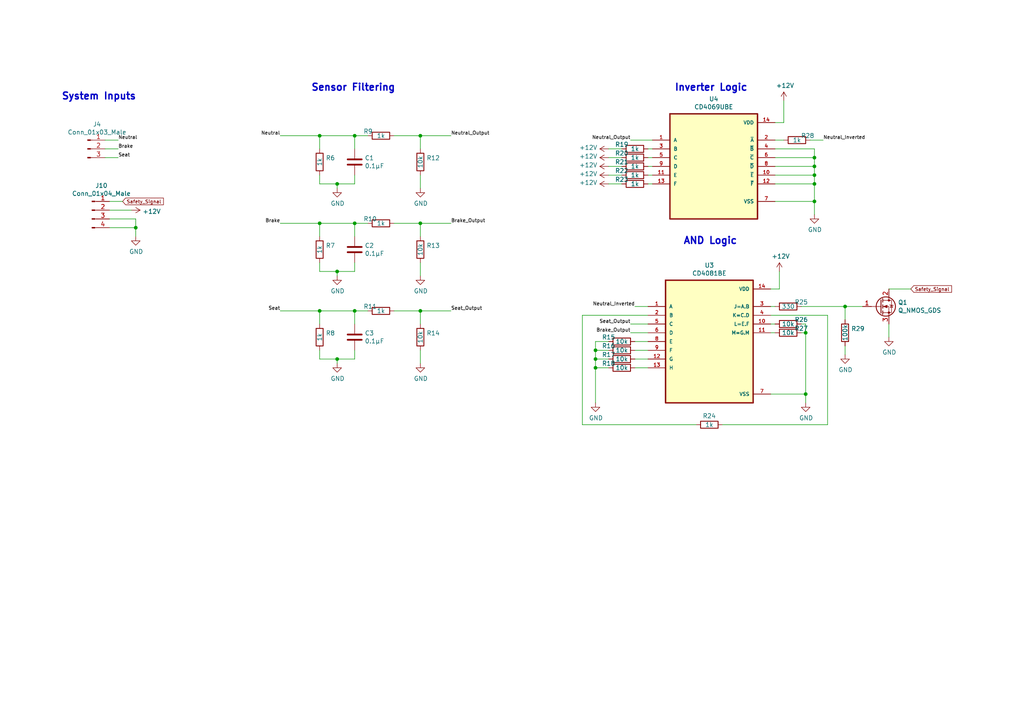
<source format=kicad_sch>
(kicad_sch (version 20230121) (generator eeschema)
  (paper "A4")
  (lib_symbols
    (symbol "CD4069UBE:CD4069UBE" (pin_names (offset 1.016))
      (property "Reference" "U" (at -12.7 16.2306 0))
      (property "Value" "CD4069UBE" (at -12.7 -19.2278 0))
      (symbol "CD4069UBE_0_0"
        (rectangle (start -12.7 -15.24) (end 12.7 15.24) (stroke (width 0.4064)) (fill (type background)))
        (pin input line (at -17.78 7.62 0) (length 5.08) (name "A") (number "1"))
        (pin output line (at 17.78 -2.54 180) (length 5.08) (name "~{E}") (number "10"))
        (pin input line (at -17.78 -2.54 0) (length 5.08) (name "E") (number "11"))
        (pin output line (at 17.78 -5.08 180) (length 5.08) (name "~{F}") (number "12"))
        (pin input line (at -17.78 -5.08 0) (length 5.08) (name "F") (number "13"))
        (pin power_in line (at 17.78 12.7 180) (length 5.08) (name "VDD") (number "14"))
        (pin output line (at 17.78 7.62 180) (length 5.08) (name "~{A}") (number "2"))
        (pin input line (at -17.78 5.08 0) (length 5.08) (name "B") (number "3"))
        (pin output line (at 17.78 5.08 180) (length 5.08) (name "~{B}") (number "4"))
        (pin input line (at -17.78 2.54 0) (length 5.08) (name "C") (number "5"))
        (pin output line (at 17.78 2.54 180) (length 5.08) (name "~{C}") (number "6"))
        (pin power_in line (at 17.78 -10.16 180) (length 5.08) (name "VSS") (number "7"))
        (pin output line (at 17.78 0 180) (length 5.08) (name "~{D}") (number "8"))
        (pin input line (at -17.78 0 0) (length 5.08) (name "D") (number "9"))
      )
    )
    (symbol "CD4081BE:CD4081BE" (pin_names (offset 1.016))
      (property "Reference" "U" (at -12.7 18.7706 0))
      (property "Value" "CD4081BE" (at -12.7 -21.7678 0))
      (symbol "CD4081BE_0_0"
        (rectangle (start -12.7 -17.78) (end 12.7 17.78) (stroke (width 0.4064)) (fill (type background)))
        (pin input line (at -17.78 10.16 0) (length 5.08) (name "A") (number "1"))
        (pin output line (at 17.78 5.08 180) (length 5.08) (name "L=E.F") (number "10"))
        (pin output line (at 17.78 2.54 180) (length 5.08) (name "M=G.M") (number "11"))
        (pin input line (at -17.78 -5.08 0) (length 5.08) (name "G") (number "12"))
        (pin input line (at -17.78 -7.62 0) (length 5.08) (name "H") (number "13"))
        (pin power_in line (at 17.78 15.24 180) (length 5.08) (name "VDD") (number "14"))
        (pin input line (at -17.78 7.62 0) (length 5.08) (name "B") (number "2"))
        (pin output line (at 17.78 10.16 180) (length 5.08) (name "J=A.B") (number "3"))
        (pin output line (at 17.78 7.62 180) (length 5.08) (name "K=C.D") (number "4"))
        (pin input line (at -17.78 5.08 0) (length 5.08) (name "C") (number "5"))
        (pin input line (at -17.78 2.54 0) (length 5.08) (name "D") (number "6"))
        (pin power_in line (at 17.78 -15.24 180) (length 5.08) (name "VSS") (number "7"))
        (pin input line (at -17.78 0 0) (length 5.08) (name "E") (number "8"))
        (pin input line (at -17.78 -2.54 0) (length 5.08) (name "F") (number "9"))
      )
    )
    (symbol "Device:C" (pin_numbers hide) (pin_names (offset 0.254))
      (property "Reference" "C" (at 0.635 2.54 0))
      (property "Value" "C" (at 0.635 -2.54 0))
      (symbol "C_0_1"
        (polyline (pts (xy -2.032 -0.762) (xy 2.032 -0.762)) (stroke (width 0.508)))
        (polyline (pts (xy -2.032 0.762) (xy 2.032 0.762)) (stroke (width 0.508)))
      )
      (symbol "C_1_1"
        (pin passive line (at 0 3.81 270) (length 2.794) (name "~") (number "1"))
        (pin passive line (at 0 -3.81 90) (length 2.794) (name "~") (number "2"))
      )
    )
    (symbol "Device:Q_NMOS_GDS" (pin_names (offset 0) hide)
      (property "Reference" "Q" (at 5.08 1.27 0))
      (property "Value" "Q_NMOS_GDS" (at 5.08 -1.27 0))
      (symbol "Q_NMOS_GDS_0_1"
        (polyline (pts (xy 0.254 0) (xy -2.54 0)))
        (polyline (pts (xy 0.254 1.905) (xy 0.254 -1.905)) (stroke (width 0.254)))
        (polyline (pts (xy 0.762 -1.27) (xy 0.762 -2.286)) (stroke (width 0.254)))
        (polyline (pts (xy 0.762 0.508) (xy 0.762 -0.508)) (stroke (width 0.254)))
        (polyline (pts (xy 0.762 2.286) (xy 0.762 1.27)) (stroke (width 0.254)))
        (polyline (pts (xy 2.54 2.54) (xy 2.54 1.778)))
        (polyline (pts (xy 2.54 -2.54) (xy 2.54 0) (xy 0.762 0)))
        (polyline (pts (xy 0.762 -1.778) (xy 3.302 -1.778) (xy 3.302 1.778) (xy 0.762 1.778)))
        (polyline (pts (xy 1.016 0) (xy 2.032 0.381) (xy 2.032 -0.381) (xy 1.016 0)) (fill (type outline)))
        (polyline (pts (xy 2.794 0.508) (xy 2.921 0.381) (xy 3.683 0.381) (xy 3.81 0.254)))
        (polyline (pts (xy 3.302 0.381) (xy 2.921 -0.254) (xy 3.683 -0.254) (xy 3.302 0.381)))
        (circle (center 1.651 0) (radius 2.794) (stroke (width 0.254)))
        (circle (center 2.54 -1.778) (radius 0.254) (fill (type outline)))
        (circle (center 2.54 1.778) (radius 0.254) (fill (type outline)))
      )
      (symbol "Q_NMOS_GDS_1_1"
        (pin input line (at -5.08 0 0) (length 2.54) (name "G") (number "1"))
        (pin passive line (at 2.54 5.08 270) (length 2.54) (name "D") (number "2"))
        (pin passive line (at 2.54 -5.08 90) (length 2.54) (name "S") (number "3"))
      )
    )
    (symbol "Device:R" (pin_numbers hide) (pin_names (offset 0))
      (property "Reference" "R" (at 2.032 0 90))
      (property "Value" "R" (at 0 0 90))
      (symbol "R_0_1"
        (rectangle (start -1.016 -2.54) (end 1.016 2.54) (stroke (width 0.254)))
      )
      (symbol "R_1_1"
        (pin passive line (at 0 3.81 270) (length 1.27) (name "~") (number "1"))
        (pin passive line (at 0 -3.81 90) (length 1.27) (name "~") (number "2"))
      )
    )
    (symbol "Motherboard_2023-rescue:Conn_01x03_Male-Connector" (pin_names (offset 1.016) hide)
      (property "Reference" "J" (at 0 5.08 0))
      (property "Value" "Connector_Conn_01x03_Male" (at 0 -5.08 0))
      (symbol "Conn_01x03_Male-Connector_1_1"
        (polyline (pts (xy 1.27 -2.54) (xy 0.8636 -2.54)) (stroke (width 0.1524)))
        (polyline (pts (xy 1.27 0) (xy 0.8636 0)) (stroke (width 0.1524)))
        (polyline (pts (xy 1.27 2.54) (xy 0.8636 2.54)) (stroke (width 0.1524)))
        (rectangle (start 0.8636 -2.413) (end 0 -2.667) (stroke (width 0.1524)) (fill (type outline)))
        (rectangle (start 0.8636 0.127) (end 0 -0.127) (stroke (width 0.1524)) (fill (type outline)))
        (rectangle (start 0.8636 2.667) (end 0 2.413) (stroke (width 0.1524)) (fill (type outline)))
        (pin passive line (at 5.08 2.54 180) (length 3.81) (name "Pin_1") (number "1"))
        (pin passive line (at 5.08 0 180) (length 3.81) (name "Pin_2") (number "2"))
        (pin passive line (at 5.08 -2.54 180) (length 3.81) (name "Pin_3") (number "3"))
      )
    )
    (symbol "Motherboard_2023-rescue:Conn_01x04_Male-Connector" (pin_names (offset 1.016) hide)
      (property "Reference" "J" (at 0 5.08 0))
      (property "Value" "Connector_Conn_01x04_Male" (at 0 -7.62 0))
      (symbol "Conn_01x04_Male-Connector_1_1"
        (polyline (pts (xy 1.27 -5.08) (xy 0.8636 -5.08)) (stroke (width 0.1524)))
        (polyline (pts (xy 1.27 -2.54) (xy 0.8636 -2.54)) (stroke (width 0.1524)))
        (polyline (pts (xy 1.27 0) (xy 0.8636 0)) (stroke (width 0.1524)))
        (polyline (pts (xy 1.27 2.54) (xy 0.8636 2.54)) (stroke (width 0.1524)))
        (rectangle (start 0.8636 -4.953) (end 0 -5.207) (stroke (width 0.1524)) (fill (type outline)))
        (rectangle (start 0.8636 -2.413) (end 0 -2.667) (stroke (width 0.1524)) (fill (type outline)))
        (rectangle (start 0.8636 0.127) (end 0 -0.127) (stroke (width 0.1524)) (fill (type outline)))
        (rectangle (start 0.8636 2.667) (end 0 2.413) (stroke (width 0.1524)) (fill (type outline)))
        (pin passive line (at 5.08 2.54 180) (length 3.81) (name "Pin_1") (number "1"))
        (pin passive line (at 5.08 0 180) (length 3.81) (name "Pin_2") (number "2"))
        (pin passive line (at 5.08 -2.54 180) (length 3.81) (name "Pin_3") (number "3"))
        (pin passive line (at 5.08 -5.08 180) (length 3.81) (name "Pin_4") (number "4"))
      )
    )
    (symbol "power:+12V" (power) (pin_names (offset 0))
      (property "Value" "+12V" (at 0 3.556 0))
      (symbol "+12V_0_1"
        (polyline (pts (xy -0.762 1.27) (xy 0 2.54)))
        (polyline (pts (xy 0 0) (xy 0 2.54)))
        (polyline (pts (xy 0 2.54) (xy 0.762 1.27)))
      )
      (symbol "+12V_1_1"
        (pin power_in line (at 0 0 90) (length 0) hide (name "+12V") (number "1"))
      )
    )
    (symbol "power:GND" (power) (pin_names (offset 0))
      (property "Value" "GND" (at 0 -3.81 0))
      (symbol "GND_0_1"
        (polyline (pts (xy 0 0) (xy 0 -1.27) (xy 1.27 -1.27) (xy 0 -2.54) (xy -1.27 -1.27) (xy 0 -1.27)))
      )
      (symbol "GND_1_1"
        (pin power_in line (at 0 0 270) (length 0) hide (name "GND") (number "1"))
      )
    )
  )
  (junction (at 102.87 90.17))
  (junction (at 92.71 90.17))
  (junction (at 92.71 64.77))
  (junction (at 102.87 64.77))
  (junction (at 245.11 88.9))
  (junction (at 121.92 90.17))
  (junction (at 236.22 48.26))
  (junction (at 39.37 66.04))
  (junction (at 121.92 64.77))
  (junction (at 233.68 114.3))
  (junction (at 92.71 39.37))
  (junction (at 97.79 78.74))
  (junction (at 97.79 104.14))
  (junction (at 121.92 39.37))
  (junction (at 236.22 58.42))
  (junction (at 233.68 96.52))
  (junction (at 172.72 104.14))
  (junction (at 236.22 50.8))
  (junction (at 172.72 106.68))
  (junction (at 172.72 101.6))
  (junction (at 236.22 45.72))
  (junction (at 236.22 53.34))
  (junction (at 97.79 53.34))
  (junction (at 102.87 39.37))
  (wire (pts (xy 172.72 106.68) (xy 172.72 104.14)))
  (wire (pts (xy 121.92 64.77) (xy 121.92 68.58)))
  (wire (pts (xy 232.41 96.52) (xy 233.68 96.52)))
  (wire (pts (xy 121.92 80.01) (xy 121.92 76.2)))
  (wire (pts (xy 114.3 90.17) (xy 121.92 90.17)))
  (wire (pts (xy 187.96 50.8) (xy 189.23 50.8)))
  (wire (pts (xy 224.79 96.52) (xy 223.52 96.52)))
  (wire (pts (xy 97.79 54.61) (xy 97.79 53.34)))
  (wire (pts (xy 31.75 58.42) (xy 35.56 58.42)))
  (wire (pts (xy 226.06 83.82) (xy 223.52 83.82)))
  (wire (pts (xy 92.71 64.77) (xy 81.28 64.77)))
  (wire (pts (xy 236.22 50.8) (xy 236.22 53.34)))
  (wire (pts (xy 176.53 48.26) (xy 180.34 48.26)))
  (wire (pts (xy 121.92 64.77) (xy 130.81 64.77)))
  (wire (pts (xy 224.79 48.26) (xy 236.22 48.26)))
  (wire (pts (xy 168.91 91.44) (xy 187.96 91.44)))
  (wire (pts (xy 97.79 104.14) (xy 102.87 104.14)))
  (wire (pts (xy 233.68 96.52) (xy 233.68 114.3)))
  (wire (pts (xy 102.87 78.74) (xy 102.87 76.2)))
  (wire (pts (xy 31.75 63.5) (xy 39.37 63.5)))
  (wire (pts (xy 121.92 105.41) (xy 121.92 101.6)))
  (wire (pts (xy 257.81 83.82) (xy 264.16 83.82)))
  (wire (pts (xy 176.53 104.14) (xy 172.72 104.14)))
  (wire (pts (xy 31.75 60.96) (xy 38.1 60.96)))
  (wire (pts (xy 30.48 45.72) (xy 34.29 45.72)))
  (wire (pts (xy 184.15 101.6) (xy 187.96 101.6)))
  (wire (pts (xy 245.11 100.33) (xy 245.11 102.87)))
  (wire (pts (xy 102.87 68.58) (xy 102.87 64.77)))
  (wire (pts (xy 92.71 101.6) (xy 92.71 104.14)))
  (wire (pts (xy 97.79 80.01) (xy 97.79 78.74)))
  (wire (pts (xy 236.22 43.18) (xy 224.79 43.18)))
  (wire (pts (xy 257.81 93.98) (xy 257.81 97.79)))
  (wire (pts (xy 176.53 50.8) (xy 180.34 50.8)))
  (wire (pts (xy 92.71 53.34) (xy 97.79 53.34)))
  (wire (pts (xy 92.71 39.37) (xy 102.87 39.37)))
  (wire (pts (xy 39.37 63.5) (xy 39.37 66.04)))
  (wire (pts (xy 209.55 123.19) (xy 240.03 123.19)))
  (wire (pts (xy 226.06 78.74) (xy 226.06 83.82)))
  (wire (pts (xy 39.37 66.04) (xy 39.37 68.58)))
  (wire (pts (xy 97.79 105.41) (xy 97.79 104.14)))
  (wire (pts (xy 102.87 43.18) (xy 102.87 39.37)))
  (wire (pts (xy 92.71 64.77) (xy 102.87 64.77)))
  (wire (pts (xy 232.41 93.98) (xy 233.68 93.98)))
  (wire (pts (xy 168.91 91.44) (xy 168.91 123.19)))
  (wire (pts (xy 176.53 106.68) (xy 172.72 106.68)))
  (wire (pts (xy 187.96 43.18) (xy 189.23 43.18)))
  (wire (pts (xy 102.87 93.98) (xy 102.87 90.17)))
  (wire (pts (xy 182.88 40.64) (xy 189.23 40.64)))
  (wire (pts (xy 30.48 40.64) (xy 34.29 40.64)))
  (wire (pts (xy 121.92 39.37) (xy 130.81 39.37)))
  (wire (pts (xy 187.96 53.34) (xy 189.23 53.34)))
  (wire (pts (xy 92.71 50.8) (xy 92.71 53.34)))
  (wire (pts (xy 114.3 39.37) (xy 121.92 39.37)))
  (wire (pts (xy 176.53 45.72) (xy 180.34 45.72)))
  (wire (pts (xy 102.87 64.77) (xy 106.68 64.77)))
  (wire (pts (xy 172.72 104.14) (xy 172.72 101.6)))
  (wire (pts (xy 172.72 101.6) (xy 172.72 99.06)))
  (wire (pts (xy 176.53 43.18) (xy 180.34 43.18)))
  (wire (pts (xy 92.71 43.18) (xy 92.71 39.37)))
  (wire (pts (xy 224.79 53.34) (xy 236.22 53.34)))
  (wire (pts (xy 236.22 45.72) (xy 236.22 48.26)))
  (wire (pts (xy 92.71 68.58) (xy 92.71 64.77)))
  (wire (pts (xy 168.91 123.19) (xy 201.93 123.19)))
  (wire (pts (xy 114.3 64.77) (xy 121.92 64.77)))
  (wire (pts (xy 223.52 114.3) (xy 233.68 114.3)))
  (wire (pts (xy 97.79 78.74) (xy 102.87 78.74)))
  (wire (pts (xy 224.79 50.8) (xy 236.22 50.8)))
  (wire (pts (xy 97.79 53.34) (xy 102.87 53.34)))
  (wire (pts (xy 224.79 35.56) (xy 227.33 35.56)))
  (wire (pts (xy 223.52 88.9) (xy 224.79 88.9)))
  (wire (pts (xy 184.15 88.9) (xy 187.96 88.9)))
  (wire (pts (xy 102.87 53.34) (xy 102.87 50.8)))
  (wire (pts (xy 184.15 106.68) (xy 187.96 106.68)))
  (wire (pts (xy 184.15 104.14) (xy 187.96 104.14)))
  (wire (pts (xy 121.92 90.17) (xy 130.81 90.17)))
  (wire (pts (xy 184.15 99.06) (xy 187.96 99.06)))
  (wire (pts (xy 121.92 90.17) (xy 121.92 93.98)))
  (wire (pts (xy 92.71 78.74) (xy 97.79 78.74)))
  (wire (pts (xy 232.41 88.9) (xy 245.11 88.9)))
  (wire (pts (xy 172.72 99.06) (xy 176.53 99.06)))
  (wire (pts (xy 92.71 39.37) (xy 81.28 39.37)))
  (wire (pts (xy 245.11 88.9) (xy 245.11 92.71)))
  (wire (pts (xy 187.96 48.26) (xy 189.23 48.26)))
  (wire (pts (xy 187.96 45.72) (xy 189.23 45.72)))
  (wire (pts (xy 31.75 66.04) (xy 39.37 66.04)))
  (wire (pts (xy 102.87 104.14) (xy 102.87 101.6)))
  (wire (pts (xy 238.76 40.64) (xy 234.95 40.64)))
  (wire (pts (xy 102.87 90.17) (xy 106.68 90.17)))
  (wire (pts (xy 92.71 76.2) (xy 92.71 78.74)))
  (wire (pts (xy 236.22 53.34) (xy 236.22 58.42)))
  (wire (pts (xy 224.79 93.98) (xy 223.52 93.98)))
  (wire (pts (xy 223.52 91.44) (xy 240.03 91.44)))
  (wire (pts (xy 236.22 43.18) (xy 236.22 45.72)))
  (wire (pts (xy 182.88 93.98) (xy 187.96 93.98)))
  (wire (pts (xy 245.11 88.9) (xy 250.19 88.9)))
  (wire (pts (xy 92.71 93.98) (xy 92.71 90.17)))
  (wire (pts (xy 227.33 35.56) (xy 227.33 29.21)))
  (wire (pts (xy 92.71 90.17) (xy 102.87 90.17)))
  (wire (pts (xy 176.53 101.6) (xy 172.72 101.6)))
  (wire (pts (xy 172.72 116.84) (xy 172.72 106.68)))
  (wire (pts (xy 233.68 93.98) (xy 233.68 96.52)))
  (wire (pts (xy 224.79 45.72) (xy 236.22 45.72)))
  (wire (pts (xy 176.53 53.34) (xy 180.34 53.34)))
  (wire (pts (xy 236.22 48.26) (xy 236.22 50.8)))
  (wire (pts (xy 182.88 96.52) (xy 187.96 96.52)))
  (wire (pts (xy 121.92 54.61) (xy 121.92 50.8)))
  (wire (pts (xy 227.33 40.64) (xy 224.79 40.64)))
  (wire (pts (xy 92.71 104.14) (xy 97.79 104.14)))
  (wire (pts (xy 224.79 58.42) (xy 236.22 58.42)))
  (wire (pts (xy 236.22 58.42) (xy 236.22 62.23)))
  (wire (pts (xy 121.92 39.37) (xy 121.92 43.18)))
  (wire (pts (xy 240.03 91.44) (xy 240.03 123.19)))
  (wire (pts (xy 92.71 90.17) (xy 81.28 90.17)))
  (wire (pts (xy 30.48 43.18) (xy 34.29 43.18)))
  (wire (pts (xy 233.68 114.3) (xy 233.68 116.84)))
  (wire (pts (xy 102.87 39.37) (xy 106.68 39.37)))
  (text "System Inputs " (at 17.78 29.21 0) (effects (font (size 2.0066 2.0066) (thickness 0.4013) bold) (justify left bottom)))
  (text "Sensor Filtering " (at 90.17 26.67 0) (effects (font (size 2.0066 2.0066) (thickness 0.4013) bold) (justify left bottom)))
  (text "Inverter Logic " (at 195.58 26.67 0) (effects (font (size 2.0066 2.0066) (thickness 0.4013) bold) (justify left bottom)))
  (text "AND Logic \n" (at 198.12 71.12 0) (effects (font (size 2.0066 2.0066) (thickness 0.4013) bold) (justify left bottom)))
  (label "Neutral_Output" (at 182.88 40.64 180) (effects (font (size 0.9906 0.9906))))
  (label "Brake" (at 81.28 64.77 180) (effects (font (size 0.9906 0.9906))))
  (label "Brake" (at 34.29 43.18 0) (effects (font (size 0.9906 0.9906))))
  (label "Neutral_Output" (at 130.81 39.37 0) (effects (font (size 0.9906 0.9906))))
  (label "Neutral_Inverted" (at 238.76 40.64 0) (effects (font (size 0.9906 0.9906))))
  (label "Neutral_Inverted" (at 184.15 88.9 180) (effects (font (size 0.9906 0.9906))))
  (label "Seat_Output" (at 130.81 90.17 0) (effects (font (size 0.9906 0.9906))))
  (label "Seat" (at 34.29 45.72 0) (effects (font (size 0.9906 0.9906))))
  (label "Seat_Output" (at 182.88 93.98 180) (effects (font (size 0.9906 0.9906))))
  (label "Neutral" (at 81.28 39.37 180) (effects (font (size 0.9906 0.9906))))
  (label "Neutral" (at 34.29 40.64 0) (effects (font (size 0.9906 0.9906))))
  (label "Brake_Output" (at 182.88 96.52 180) (effects (font (size 0.9906 0.9906))))
  (label "Brake_Output" (at 130.81 64.77 0) (effects (font (size 0.9906 0.9906))))
  (label "Seat" (at 81.28 90.17 180) (effects (font (size 0.9906 0.9906))))
  (global_label "Safety_Signal" (shape input) (at 35.56 58.42 0) (effects (font (size 0.9906 0.9906))) (property "Intersheetrefs" "${INTERSHEET_REFS}" (effects hide)))
  (global_label "Safety_Signal" (shape input) (at 264.16 83.82 0) (effects (font (size 0.9906 0.9906))) (property "Intersheetrefs" "${INTERSHEET_REFS}" (effects hide)))
  (symbol (lib_id "Device:R") (at 180.34 106.68 270) (unit 1)
    (property "Reference" "R18" (at 176.53 105.41 90))
    (property "Value" "10k" (at 180.34 106.68 90))
    (property "Footprint" "Resistor_THT:R_Axial_DIN0207_L6.3mm_D2.5mm_P10.16mm_Horizontal" (effects hide))
    (instances (project "Motherboard23-24" (path "" (reference "R18") (unit 1)) (path "" (reference "R42") (unit 1))) (project "Motherboard_2023" (path "" (reference "R13") (unit 1))))
  )
  (symbol (lib_id "Device:C") (at 102.87 97.79 0) (unit 1)
    (property "Reference" "C3" (at 105.791 96.6216 0) (effects (justify left)))
    (property "Value" "0.1µF" (at 105.791 98.933 0) (effects (justify left)))
    (property "Footprint" "Capacitor_THT:CP_Radial_D5.0mm_P2.50mm" (effects hide))
    (instances (project "Motherboard23-24" (path "" (reference "C3") (unit 1)) (path "" (reference "C6") (unit 1))) (project "Motherboard_2023" (path "" (reference "C3") (unit 1))))
  )
  (symbol (lib_id "power:+12V") (at 226.06 78.74 0) (unit 1)
    (property "Reference" "#PWR019" (effects hide))
    (property "Value" "+12V" (at 226.441 74.3458 0))
    (instances (project "Motherboard23-24" (path "" (reference "#PWR019") (unit 1)) (path "" (reference "#PWR039") (unit 1))) (project "Motherboard_2023" (path "" (reference "#PWR015") (unit 1))))
  )
  (symbol (lib_id "Device:R") (at 228.6 96.52 270) (unit 1)
    (property "Reference" "R27" (at 232.41 95.25 90))
    (property "Value" "10k" (at 228.6 96.52 90))
    (property "Footprint" "Resistor_THT:R_Axial_DIN0207_L6.3mm_D2.5mm_P10.16mm_Horizontal" (effects hide))
    (instances (project "Motherboard23-24" (path "" (reference "R27") (unit 1)) (path "" (reference "R51") (unit 1))) (project "Motherboard_2023" (path "" (reference "R22") (unit 1))))
  )
  (symbol (lib_id "Device:R") (at 228.6 88.9 90) (unit 1)
    (property "Reference" "R25" (at 232.41 87.63 90))
    (property "Value" "330" (at 228.6 88.9 90))
    (property "Footprint" "Resistor_THT:R_Axial_DIN0207_L6.3mm_D2.5mm_P10.16mm_Horizontal" (effects hide))
    (instances (project "Motherboard23-24" (path "" (reference "R25") (unit 1)) (path "" (reference "R49") (unit 1))) (project "Motherboard_2023" (path "" (reference "R20") (unit 1))))
  )
  (symbol (lib_id "power:+12V") (at 176.53 43.18 90) (unit 1)
    (property "Reference" "#PWR014" (effects hide))
    (property "Value" "+12V" (at 173.2788 42.799 90) (effects (justify left)))
    (instances (project "Motherboard23-24" (path "" (reference "#PWR014") (unit 1)) (path "" (reference "#PWR034") (unit 1))) (project "Motherboard_2023" (path "" (reference "#PWR010") (unit 1))))
  )
  (symbol (lib_id "power:GND") (at 97.79 105.41 0) (unit 1)
    (property "Reference" "#PWR09" (effects hide))
    (property "Value" "GND" (at 97.917 109.8042 0))
    (instances (project "Motherboard23-24" (path "" (reference "#PWR09") (unit 1)) (path "" (reference "#PWR029") (unit 1))) (project "Motherboard_2023" (path "" (reference "#PWR05") (unit 1))))
  )
  (symbol (lib_id "CD4069UBE:CD4069UBE") (at 207.01 48.26 0) (unit 1)
    (property "Reference" "U4" (at 207.01 28.702 0))
    (property "Value" "CD4069UBE" (at 207.01 31.0134 0))
    (property "Footprint" "CD4069UBE (Inverter):DIP794W45P254L1969H508Q14" (effects hide))
    (instances (project "Motherboard23-24" (path "" (reference "U4") (unit 1)) (path "" (reference "U6") (unit 1))) (project "Motherboard_2023" (path "" (reference "U2") (unit 1))))
  )
  (symbol (lib_id "Device:C") (at 102.87 46.99 0) (unit 1)
    (property "Reference" "C1" (at 105.791 45.8216 0) (effects (justify left)))
    (property "Value" "0.1µF" (at 105.791 48.133 0) (effects (justify left)))
    (property "Footprint" "Capacitor_THT:CP_Radial_D5.0mm_P2.50mm" (effects hide))
    (instances (project "Motherboard23-24" (path "" (reference "C1") (unit 1)) (path "" (reference "C4") (unit 1))) (project "Motherboard_2023" (path "" (reference "C1") (unit 1))))
  )
  (symbol (lib_id "power:+12V") (at 176.53 45.72 90) (unit 1)
    (property "Reference" "#PWR015" (effects hide))
    (property "Value" "+12V" (at 173.2788 45.339 90) (effects (justify left)))
    (instances (project "Motherboard23-24" (path "" (reference "#PWR015") (unit 1)) (path "" (reference "#PWR035") (unit 1))) (project "Motherboard_2023" (path "" (reference "#PWR011") (unit 1))))
  )
  (symbol (lib_id "Device:R") (at 184.15 48.26 270) (unit 1)
    (property "Reference" "R21" (at 180.34 46.99 90))
    (property "Value" "1k" (at 184.15 48.26 90))
    (property "Footprint" "Resistor_THT:R_Axial_DIN0207_L6.3mm_D2.5mm_P10.16mm_Horizontal" (effects hide))
    (instances (project "Motherboard23-24" (path "" (reference "R21") (unit 1)) (path "" (reference "R45") (unit 1))) (project "Motherboard_2023" (path "" (reference "R16") (unit 1))))
  )
  (symbol (lib_id "power:+12V") (at 38.1 60.96 270) (unit 1)
    (property "Reference" "#PWR05" (effects hide))
    (property "Value" "+12V" (at 41.3512 61.341 90) (effects (justify left)))
    (instances (project "Motherboard23-24" (path "" (reference "#PWR05") (unit 1)) (path "" (reference "#PWR025") (unit 1))) (project "Motherboard_2023" (path "" (reference "#PWR01") (unit 1))))
  )
  (symbol (lib_id "Device:R") (at 110.49 39.37 270) (unit 1)
    (property "Reference" "R9" (at 105.41 38.1 90) (effects (justify left)))
    (property "Value" "1k" (at 110.49 39.37 90))
    (property "Footprint" "Resistor_THT:R_Axial_DIN0207_L6.3mm_D2.5mm_P10.16mm_Horizontal" (effects hide))
    (instances (project "Motherboard23-24" (path "" (reference "R9") (unit 1)) (path "" (reference "R33") (unit 1))) (project "Motherboard_2023" (path "" (reference "R4") (unit 1))))
  )
  (symbol (lib_id "power:GND") (at 39.37 68.58 0) (unit 1)
    (property "Reference" "#PWR06" (effects hide))
    (property "Value" "GND" (at 39.497 72.9742 0))
    (instances (project "Motherboard23-24" (path "" (reference "#PWR06") (unit 1)) (path "" (reference "#PWR026") (unit 1))) (project "Motherboard_2023" (path "" (reference "#PWR02") (unit 1))))
  )
  (symbol (lib_id "Motherboard_2023-rescue:Conn_01x04_Male-Connector") (at 26.67 60.96 0) (unit 1)
    (property "Reference" "J10" (at 29.4132 53.8226 0))
    (property "Value" "Conn_01x04_Male" (at 29.4132 56.134 0))
    (property "Footprint" "TerminalBlock_Phoenix:TerminalBlock_Phoenix_MKDS-3-4-5.08_1x04_P5.08mm_Horizontal" (effects hide))
    (instances (project "Motherboard23-24" (path "" (reference "J10") (unit 1)) (path "" (reference "J12") (unit 1))) (project "Motherboard_2023" (path "" (reference "J2") (unit 1))))
  )
  (symbol (lib_id "Device:R") (at 110.49 64.77 270) (unit 1)
    (property "Reference" "R10" (at 105.41 63.5 90) (effects (justify left)))
    (property "Value" "1k" (at 110.49 64.77 90))
    (property "Footprint" "Resistor_THT:R_Axial_DIN0207_L6.3mm_D2.5mm_P10.16mm_Horizontal" (effects hide))
    (instances (project "Motherboard23-24" (path "" (reference "R10") (unit 1)) (path "" (reference "R34") (unit 1))) (project "Motherboard_2023" (path "" (reference "R5") (unit 1))))
  )
  (symbol (lib_id "Device:R") (at 92.71 97.79 0) (unit 1)
    (property "Reference" "R8" (at 94.488 96.6216 0) (effects (justify left)))
    (property "Value" "1k" (at 92.71 97.79 90))
    (property "Footprint" "Resistor_THT:R_Axial_DIN0207_L6.3mm_D2.5mm_P10.16mm_Horizontal" (effects hide))
    (instances (project "Motherboard23-24" (path "" (reference "R8") (unit 1)) (path "" (reference "R32") (unit 1))) (project "Motherboard_2023" (path "" (reference "R3") (unit 1))))
  )
  (symbol (lib_id "power:GND") (at 121.92 105.41 0) (unit 1)
    (property "Reference" "#PWR012" (effects hide))
    (property "Value" "GND" (at 122.047 109.8042 0))
    (instances (project "Motherboard23-24" (path "" (reference "#PWR012") (unit 1)) (path "" (reference "#PWR032") (unit 1))) (project "Motherboard_2023" (path "" (reference "#PWR08") (unit 1))))
  )
  (symbol (lib_id "power:GND") (at 172.72 116.84 0) (unit 1)
    (property "Reference" "#PWR013" (effects hide))
    (property "Value" "GND" (at 172.847 121.2342 0))
    (instances (project "Motherboard23-24" (path "" (reference "#PWR013") (unit 1)) (path "" (reference "#PWR033") (unit 1))) (project "Motherboard_2023" (path "" (reference "#PWR09") (unit 1))))
  )
  (symbol (lib_id "power:+12V") (at 176.53 53.34 90) (unit 1)
    (property "Reference" "#PWR018" (effects hide))
    (property "Value" "+12V" (at 173.2788 52.959 90) (effects (justify left)))
    (instances (project "Motherboard23-24" (path "" (reference "#PWR018") (unit 1)) (path "" (reference "#PWR038") (unit 1))) (project "Motherboard_2023" (path "" (reference "#PWR014") (unit 1))))
  )
  (symbol (lib_id "Device:Q_NMOS_GDS") (at 255.27 88.9 0) (unit 1)
    (property "Reference" "Q1" (at 260.4516 87.7316 0) (effects (justify left)))
    (property "Value" "Q_NMOS_GDS" (at 260.4516 90.043 0) (effects (justify left)))
    (property "Footprint" "Connector_PinHeader_2.54mm:PinHeader_1x03_P2.54mm_Vertical" (effects hide))
    (instances (project "Motherboard23-24" (path "" (reference "Q1") (unit 1)) (path "" (reference "Q2") (unit 1))) (project "Motherboard_2023" (path "" (reference "Q1") (unit 1))))
  )
  (symbol (lib_id "power:GND") (at 121.92 54.61 0) (unit 1)
    (property "Reference" "#PWR010" (effects hide))
    (property "Value" "GND" (at 122.047 59.0042 0))
    (instances (project "Motherboard23-24" (path "" (reference "#PWR010") (unit 1)) (path "" (reference "#PWR030") (unit 1))) (project "Motherboard_2023" (path "" (reference "#PWR06") (unit 1))))
  )
  (symbol (lib_id "Motherboard_2023-rescue:Conn_01x03_Male-Connector") (at 25.4 43.18 0) (unit 1)
    (property "Reference" "J4" (at 28.1432 36.0426 0))
    (property "Value" "Conn_01x03_Male" (at 28.1432 38.354 0))
    (property "Footprint" "TerminalBlock_Phoenix:TerminalBlock_Phoenix_MKDS-3-3-5.08_1x03_P5.08mm_Horizontal" (effects hide))
    (instances (project "Motherboard23-24" (path "" (reference "J4") (unit 1)) (path "" (reference "J11") (unit 1))) (project "Motherboard_2023" (path "" (reference "J1") (unit 1))))
  )
  (symbol (lib_id "Device:R") (at 205.74 123.19 270) (unit 1)
    (property "Reference" "R24" (at 205.74 120.65 90))
    (property "Value" "1k" (at 205.74 123.19 90))
    (property "Footprint" "Resistor_THT:R_Axial_DIN0207_L6.3mm_D2.5mm_P10.16mm_Horizontal" (effects hide))
    (instances (project "Motherboard23-24" (path "" (reference "R24") (unit 1)) (path "" (reference "R48") (unit 1))) (project "Motherboard_2023" (path "" (reference "R19") (unit 1))))
  )
  (symbol (lib_id "Device:R") (at 180.34 104.14 270) (unit 1)
    (property "Reference" "R17" (at 176.53 102.87 90))
    (property "Value" "10k" (at 180.34 104.14 90))
    (property "Footprint" "Resistor_THT:R_Axial_DIN0207_L6.3mm_D2.5mm_P10.16mm_Horizontal" (effects hide))
    (instances (project "Motherboard23-24" (path "" (reference "R17") (unit 1)) (path "" (reference "R41") (unit 1))) (project "Motherboard_2023" (path "" (reference "R12") (unit 1))))
  )
  (symbol (lib_id "Device:R") (at 92.71 46.99 0) (unit 1)
    (property "Reference" "R6" (at 94.488 45.8216 0) (effects (justify left)))
    (property "Value" "1k" (at 92.71 46.99 90))
    (property "Footprint" "Resistor_THT:R_Axial_DIN0207_L6.3mm_D2.5mm_P10.16mm_Horizontal" (effects hide))
    (instances (project "Motherboard23-24" (path "" (reference "R6") (unit 1)) (path "" (reference "R30") (unit 1))) (project "Motherboard_2023" (path "" (reference "R1") (unit 1))))
  )
  (symbol (lib_id "power:GND") (at 97.79 54.61 0) (unit 1)
    (property "Reference" "#PWR07" (effects hide))
    (property "Value" "GND" (at 97.917 59.0042 0))
    (instances (project "Motherboard23-24" (path "" (reference "#PWR07") (unit 1)) (path "" (reference "#PWR027") (unit 1))) (project "Motherboard_2023" (path "" (reference "#PWR03") (unit 1))))
  )
  (symbol (lib_id "Device:R") (at 184.15 53.34 270) (unit 1)
    (property "Reference" "R23" (at 180.34 52.07 90))
    (property "Value" "1k" (at 184.15 53.34 90))
    (property "Footprint" "Resistor_THT:R_Axial_DIN0207_L6.3mm_D2.5mm_P10.16mm_Horizontal" (effects hide))
    (instances (project "Motherboard23-24" (path "" (reference "R23") (unit 1)) (path "" (reference "R47") (unit 1))) (project "Motherboard_2023" (path "" (reference "R18") (unit 1))))
  )
  (symbol (lib_id "CD4081BE:CD4081BE") (at 205.74 99.06 0) (unit 1)
    (property "Reference" "U3" (at 205.74 76.962 0))
    (property "Value" "CD4081BE" (at 205.74 79.2734 0))
    (property "Footprint" "CD4081BE (AND):DIP794W45P254L1969H508Q14" (effects hide))
    (instances (project "Motherboard23-24" (path "" (reference "U3") (unit 1)) (path "" (reference "U5") (unit 1))) (project "Motherboard_2023" (path "" (reference "U1") (unit 1))))
  )
  (symbol (lib_id "power:GND") (at 257.81 97.79 0) (unit 1)
    (property "Reference" "#PWR024" (effects hide))
    (property "Value" "GND" (at 257.937 102.1842 0))
    (instances (project "Motherboard23-24" (path "" (reference "#PWR024") (unit 1)) (path "" (reference "#PWR044") (unit 1))) (project "Motherboard_2023" (path "" (reference "#PWR020") (unit 1))))
  )
  (symbol (lib_id "Device:R") (at 121.92 72.39 0) (unit 1)
    (property "Reference" "R13" (at 123.698 71.2216 0) (effects (justify left)))
    (property "Value" "10k" (at 121.92 72.39 90))
    (property "Footprint" "Resistor_THT:R_Axial_DIN0207_L6.3mm_D2.5mm_P10.16mm_Horizontal" (effects hide))
    (instances (project "Motherboard23-24" (path "" (reference "R13") (unit 1)) (path "" (reference "R37") (unit 1))) (project "Motherboard_2023" (path "" (reference "R8") (unit 1))))
  )
  (symbol (lib_id "Device:R") (at 184.15 50.8 90) (unit 1)
    (property "Reference" "R22" (at 180.34 49.53 90))
    (property "Value" "1k" (at 184.15 50.8 90))
    (property "Footprint" "Resistor_THT:R_Axial_DIN0207_L6.3mm_D2.5mm_P10.16mm_Horizontal" (effects hide))
    (instances (project "Motherboard23-24" (path "" (reference "R22") (unit 1)) (path "" (reference "R46") (unit 1))) (project "Motherboard_2023" (path "" (reference "R17") (unit 1))))
  )
  (symbol (lib_id "Device:R") (at 121.92 46.99 0) (unit 1)
    (property "Reference" "R12" (at 123.698 45.8216 0) (effects (justify left)))
    (property "Value" "10k" (at 121.92 46.99 90))
    (property "Footprint" "Resistor_THT:R_Axial_DIN0207_L6.3mm_D2.5mm_P10.16mm_Horizontal" (effects hide))
    (instances (project "Motherboard23-24" (path "" (reference "R12") (unit 1)) (path "" (reference "R36") (unit 1))) (project "Motherboard_2023" (path "" (reference "R7") (unit 1))))
  )
  (symbol (lib_id "Device:R") (at 180.34 99.06 270) (unit 1)
    (property "Reference" "R15" (at 176.53 97.79 90))
    (property "Value" "10k" (at 180.34 99.06 90))
    (property "Footprint" "Resistor_THT:R_Axial_DIN0207_L6.3mm_D2.5mm_P10.16mm_Horizontal" (effects hide))
    (instances (project "Motherboard23-24" (path "" (reference "R15") (unit 1)) (path "" (reference "R39") (unit 1))) (project "Motherboard_2023" (path "" (reference "R10") (unit 1))))
  )
  (symbol (lib_id "Device:R") (at 180.34 101.6 270) (unit 1)
    (property "Reference" "R16" (at 176.53 100.33 90))
    (property "Value" "10k" (at 180.34 101.6 90))
    (property "Footprint" "Resistor_THT:R_Axial_DIN0207_L6.3mm_D2.5mm_P10.16mm_Horizontal" (effects hide))
    (instances (project "Motherboard23-24" (path "" (reference "R16") (unit 1)) (path "" (reference "R40") (unit 1))) (project "Motherboard_2023" (path "" (reference "R11") (unit 1))))
  )
  (symbol (lib_id "Device:R") (at 184.15 43.18 270) (unit 1)
    (property "Reference" "R19" (at 180.34 41.91 90))
    (property "Value" "1k" (at 184.15 43.18 90))
    (property "Footprint" "Resistor_THT:R_Axial_DIN0207_L6.3mm_D2.5mm_P10.16mm_Horizontal" (effects hide))
    (instances (project "Motherboard23-24" (path "" (reference "R19") (unit 1)) (path "" (reference "R43") (unit 1))) (project "Motherboard_2023" (path "" (reference "R14") (unit 1))))
  )
  (symbol (lib_id "power:+12V") (at 176.53 50.8 90) (unit 1)
    (property "Reference" "#PWR017" (effects hide))
    (property "Value" "+12V" (at 173.2788 50.419 90) (effects (justify left)))
    (instances (project "Motherboard23-24" (path "" (reference "#PWR017") (unit 1)) (path "" (reference "#PWR037") (unit 1))) (project "Motherboard_2023" (path "" (reference "#PWR013") (unit 1))))
  )
  (symbol (lib_id "power:+12V") (at 176.53 48.26 90) (unit 1)
    (property "Reference" "#PWR016" (effects hide))
    (property "Value" "+12V" (at 173.2788 47.879 90) (effects (justify left)))
    (instances (project "Motherboard23-24" (path "" (reference "#PWR016") (unit 1)) (path "" (reference "#PWR036") (unit 1))) (project "Motherboard_2023" (path "" (reference "#PWR012") (unit 1))))
  )
  (symbol (lib_id "Device:R") (at 184.15 45.72 90) (unit 1)
    (property "Reference" "R20" (at 180.34 44.45 90))
    (property "Value" "1k" (at 184.15 45.72 90))
    (property "Footprint" "Resistor_THT:R_Axial_DIN0207_L6.3mm_D2.5mm_P10.16mm_Horizontal" (effects hide))
    (instances (project "Motherboard23-24" (path "" (reference "R20") (unit 1)) (path "" (reference "R44") (unit 1))) (project "Motherboard_2023" (path "" (reference "R15") (unit 1))))
  )
  (symbol (lib_id "Device:R") (at 110.49 90.17 270) (unit 1)
    (property "Reference" "R11" (at 105.41 88.9 90) (effects (justify left)))
    (property "Value" "1k" (at 110.49 90.17 90))
    (property "Footprint" "Resistor_THT:R_Axial_DIN0207_L6.3mm_D2.5mm_P10.16mm_Horizontal" (effects hide))
    (instances (project "Motherboard23-24" (path "" (reference "R11") (unit 1)) (path "" (reference "R35") (unit 1))) (project "Motherboard_2023" (path "" (reference "R6") (unit 1))))
  )
  (symbol (lib_id "Device:C") (at 102.87 72.39 0) (unit 1)
    (property "Reference" "C2" (at 105.791 71.2216 0) (effects (justify left)))
    (property "Value" "0.1µF" (at 105.791 73.533 0) (effects (justify left)))
    (property "Footprint" "Capacitor_THT:CP_Radial_D5.0mm_P2.50mm" (effects hide))
    (instances (project "Motherboard23-24" (path "" (reference "C2") (unit 1)) (path "" (reference "C5") (unit 1))) (project "Motherboard_2023" (path "" (reference "C2") (unit 1))))
  )
  (symbol (lib_id "power:GND") (at 121.92 80.01 0) (unit 1)
    (property "Reference" "#PWR011" (effects hide))
    (property "Value" "GND" (at 122.047 84.4042 0))
    (instances (project "Motherboard23-24" (path "" (reference "#PWR011") (unit 1)) (path "" (reference "#PWR031") (unit 1))) (project "Motherboard_2023" (path "" (reference "#PWR07") (unit 1))))
  )
  (symbol (lib_id "Device:R") (at 92.71 72.39 0) (unit 1)
    (property "Reference" "R7" (at 94.488 71.2216 0) (effects (justify left)))
    (property "Value" "1k" (at 92.71 72.39 90))
    (property "Footprint" "Resistor_THT:R_Axial_DIN0207_L6.3mm_D2.5mm_P10.16mm_Horizontal" (effects hide))
    (instances (project "Motherboard23-24" (path "" (reference "R7") (unit 1)) (path "" (reference "R31") (unit 1))) (project "Motherboard_2023" (path "" (reference "R2") (unit 1))))
  )
  (symbol (lib_id "Device:R") (at 121.92 97.79 0) (unit 1)
    (property "Reference" "R14" (at 123.698 96.6216 0) (effects (justify left)))
    (property "Value" "10k" (at 121.92 97.79 90))
    (property "Footprint" "Resistor_THT:R_Axial_DIN0207_L6.3mm_D2.5mm_P10.16mm_Horizontal" (effects hide))
    (instances (project "Motherboard23-24" (path "" (reference "R14") (unit 1)) (path "" (reference "R38") (unit 1))) (project "Motherboard_2023" (path "" (reference "R9") (unit 1))))
  )
  (symbol (lib_id "power:GND") (at 245.11 102.87 0) (unit 1)
    (property "Reference" "#PWR023" (effects hide))
    (property "Value" "GND" (at 245.237 107.2642 0))
    (instances (project "Motherboard23-24" (path "" (reference "#PWR023") (unit 1)) (path "" (reference "#PWR043") (unit 1))) (project "Motherboard_2023" (path "" (reference "#PWR019") (unit 1))))
  )
  (symbol (lib_id "power:GND") (at 236.22 62.23 0) (unit 1)
    (property "Reference" "#PWR022" (effects hide))
    (property "Value" "GND" (at 236.347 66.6242 0))
    (instances (project "Motherboard23-24" (path "" (reference "#PWR022") (unit 1)) (path "" (reference "#PWR042") (unit 1))) (project "Motherboard_2023" (path "" (reference "#PWR018") (unit 1))))
  )
  (symbol (lib_id "power:+12V") (at 227.33 29.21 0) (unit 1)
    (property "Reference" "#PWR020" (effects hide))
    (property "Value" "+12V" (at 227.711 24.8158 0))
    (instances (project "Motherboard23-24" (path "" (reference "#PWR020") (unit 1)) (path "" (reference "#PWR040") (unit 1))) (project "Motherboard_2023" (path "" (reference "#PWR016") (unit 1))))
  )
  (symbol (lib_id "power:GND") (at 97.79 80.01 0) (unit 1)
    (property "Reference" "#PWR08" (effects hide))
    (property "Value" "GND" (at 97.917 84.4042 0))
    (instances (project "Motherboard23-24" (path "" (reference "#PWR08") (unit 1)) (path "" (reference "#PWR028") (unit 1))) (project "Motherboard_2023" (path "" (reference "#PWR04") (unit 1))))
  )
  (symbol (lib_id "Device:R") (at 231.14 40.64 90) (unit 1)
    (property "Reference" "R28" (at 236.22 39.37 90) (effects (justify left)))
    (property "Value" "1k" (at 231.14 40.64 90))
    (property "Footprint" "Resistor_THT:R_Axial_DIN0207_L6.3mm_D2.5mm_P10.16mm_Horizontal" (effects hide))
    (instances (project "Motherboard23-24" (path "" (reference "R28") (unit 1)) (path "" (reference "R52") (unit 1))) (project "Motherboard_2023" (path "" (reference "R23") (unit 1))))
  )
  (symbol (lib_id "power:GND") (at 233.68 116.84 0) (unit 1)
    (property "Reference" "#PWR021" (effects hide))
    (property "Value" "GND" (at 233.807 121.2342 0))
    (instances (project "Motherboard23-24" (path "" (reference "#PWR021") (unit 1)) (path "" (reference "#PWR041") (unit 1))) (project "Motherboard_2023" (path "" (reference "#PWR017") (unit 1))))
  )
  (symbol (lib_id "Device:R") (at 245.11 96.52 0) (unit 1)
    (property "Reference" "R29" (at 246.888 95.3516 0) (effects (justify left)))
    (property "Value" "100k" (at 245.11 96.52 90))
    (property "Footprint" "Resistor_THT:R_Axial_DIN0207_L6.3mm_D2.5mm_P10.16mm_Horizontal" (effects hide))
    (instances (project "Motherboard23-24" (path "" (reference "R29") (unit 1)) (path "" (reference "R53") (unit 1))) (project "Motherboard_2023" (path "" (reference "R24") (unit 1))))
  )
  (symbol (lib_id "Device:R") (at 228.6 93.98 270) (unit 1)
    (property "Reference" "R26" (at 232.41 92.71 90))
    (property "Value" "10k" (at 228.6 93.98 90))
    (property "Footprint" "Resistor_THT:R_Axial_DIN0207_L6.3mm_D2.5mm_P10.16mm_Horizontal" (effects hide))
    (instances (project "Motherboard23-24" (path "" (reference "R26") (unit 1)) (path "" (reference "R50") (unit 1))) (project "Motherboard_2023" (path "" (reference "R21") (unit 1))))
  )
)
</source>
